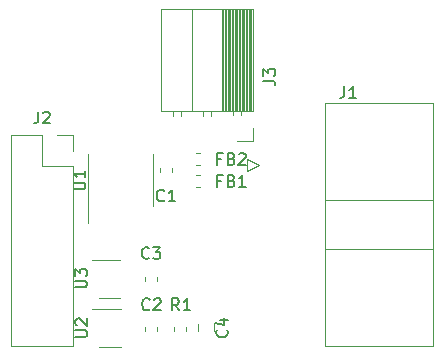
<source format=gto>
%TF.GenerationSoftware,KiCad,Pcbnew,(5.1.6-0)*%
%TF.CreationDate,2022-11-03T10:15:40+01:00*%
%TF.ProjectId,Monitorswitch,4d6f6e69-746f-4727-9377-697463682e6b,rev?*%
%TF.SameCoordinates,Original*%
%TF.FileFunction,Legend,Top*%
%TF.FilePolarity,Positive*%
%FSLAX46Y46*%
G04 Gerber Fmt 4.6, Leading zero omitted, Abs format (unit mm)*
G04 Created by KiCad (PCBNEW (5.1.6-0)) date 2022-11-03 10:15:40*
%MOMM*%
%LPD*%
G01*
G04 APERTURE LIST*
%ADD10C,0.120000*%
%ADD11C,0.150000*%
G04 APERTURE END LIST*
D10*
%TO.C,U3*%
X128974600Y-105613600D02*
X126524600Y-105613600D01*
X127174600Y-108833600D02*
X128974600Y-108833600D01*
%TO.C,U2*%
X128984400Y-109779200D02*
X126534400Y-109779200D01*
X127184400Y-112999200D02*
X128984400Y-112999200D01*
%TO.C,J3*%
X140050000Y-84410000D02*
X140050000Y-93040000D01*
X139931905Y-84410000D02*
X139931905Y-93040000D01*
X139813810Y-84410000D02*
X139813810Y-93040000D01*
X139695715Y-84410000D02*
X139695715Y-93040000D01*
X139577620Y-84410000D02*
X139577620Y-93040000D01*
X139459525Y-84410000D02*
X139459525Y-93040000D01*
X139341430Y-84410000D02*
X139341430Y-93040000D01*
X139223335Y-84410000D02*
X139223335Y-93040000D01*
X139105240Y-84410000D02*
X139105240Y-93040000D01*
X138987145Y-84410000D02*
X138987145Y-93040000D01*
X138869050Y-84410000D02*
X138869050Y-93040000D01*
X138750955Y-84410000D02*
X138750955Y-93040000D01*
X138632860Y-84410000D02*
X138632860Y-93040000D01*
X138514765Y-84410000D02*
X138514765Y-93040000D01*
X138396670Y-84410000D02*
X138396670Y-93040000D01*
X138278575Y-84410000D02*
X138278575Y-93040000D01*
X138160480Y-84410000D02*
X138160480Y-93040000D01*
X138042385Y-84410000D02*
X138042385Y-93040000D01*
X137924290Y-84410000D02*
X137924290Y-93040000D01*
X137806195Y-84410000D02*
X137806195Y-93040000D01*
X137688100Y-84410000D02*
X137688100Y-93040000D01*
X139200000Y-93040000D02*
X139200000Y-93390000D01*
X138480000Y-93040000D02*
X138480000Y-93390000D01*
X136660000Y-93040000D02*
X136660000Y-93450000D01*
X135940000Y-93040000D02*
X135940000Y-93450000D01*
X134120000Y-93040000D02*
X134120000Y-93450000D01*
X133400000Y-93040000D02*
X133400000Y-93450000D01*
X137570000Y-84410000D02*
X137570000Y-93040000D01*
X135030000Y-84410000D02*
X135030000Y-93040000D01*
X140170000Y-84410000D02*
X140170000Y-93040000D01*
X140170000Y-93040000D02*
X132430000Y-93040000D01*
X132430000Y-84410000D02*
X132430000Y-93040000D01*
X140170000Y-84410000D02*
X132430000Y-84410000D01*
X140170000Y-95610000D02*
X138840000Y-95610000D01*
X140170000Y-94500000D02*
X140170000Y-95610000D01*
%TO.C,J1*%
X146320000Y-100610000D02*
X155440000Y-100610000D01*
X146320000Y-104710000D02*
X155440000Y-104710000D01*
X146320000Y-92370000D02*
X155440000Y-92370000D01*
X155440000Y-92370000D02*
X155440000Y-112950000D01*
X155440000Y-112950000D02*
X146320000Y-112950000D01*
X146320000Y-112950000D02*
X146320000Y-92370000D01*
X140700000Y-97580000D02*
X139700000Y-97080000D01*
X139700000Y-97080000D02*
X139700000Y-98080000D01*
X139700000Y-98080000D02*
X140700000Y-97580000D01*
%TO.C,R1*%
X133490000Y-111696267D02*
X133490000Y-111353733D01*
X134510000Y-111696267D02*
X134510000Y-111353733D01*
%TO.C,J2*%
X119730000Y-95070000D02*
X122330000Y-95070000D01*
X119730000Y-95070000D02*
X119730000Y-112970000D01*
X119730000Y-112970000D02*
X124930000Y-112970000D01*
X124930000Y-97670000D02*
X124930000Y-112970000D01*
X122330000Y-97670000D02*
X124930000Y-97670000D01*
X122330000Y-95070000D02*
X122330000Y-97670000D01*
X124930000Y-95070000D02*
X124930000Y-96400000D01*
X123600000Y-95070000D02*
X124930000Y-95070000D01*
%TO.C,FB2*%
X135403733Y-96590000D02*
X135746267Y-96590000D01*
X135403733Y-97610000D02*
X135746267Y-97610000D01*
%TO.C,FB1*%
X135378733Y-98440000D02*
X135721267Y-98440000D01*
X135378733Y-99460000D02*
X135721267Y-99460000D01*
%TO.C,C4*%
X136917500Y-111631252D02*
X136917500Y-111108748D01*
X135497500Y-111631252D02*
X135497500Y-111108748D01*
%TO.C,C3*%
X132060000Y-107446267D02*
X132060000Y-107103733D01*
X131040000Y-107446267D02*
X131040000Y-107103733D01*
%TO.C,C2*%
X132060000Y-111696267D02*
X132060000Y-111353733D01*
X131040000Y-111696267D02*
X131040000Y-111353733D01*
%TO.C,C1*%
X133360000Y-98196267D02*
X133360000Y-97853733D01*
X132340000Y-98196267D02*
X132340000Y-97853733D01*
%TO.C,U1*%
X126265000Y-98900000D02*
X126265000Y-102500000D01*
X126265000Y-98900000D02*
X126265000Y-96700000D01*
X131735000Y-98900000D02*
X131735000Y-101100000D01*
X131735000Y-98900000D02*
X131735000Y-96700000D01*
%TO.C,U3*%
D11*
X125131580Y-107975304D02*
X125941104Y-107975304D01*
X126036342Y-107927685D01*
X126083961Y-107880066D01*
X126131580Y-107784828D01*
X126131580Y-107594352D01*
X126083961Y-107499114D01*
X126036342Y-107451495D01*
X125941104Y-107403876D01*
X125131580Y-107403876D01*
X125131580Y-107022923D02*
X125131580Y-106403876D01*
X125512533Y-106737209D01*
X125512533Y-106594352D01*
X125560152Y-106499114D01*
X125607771Y-106451495D01*
X125703009Y-106403876D01*
X125941104Y-106403876D01*
X126036342Y-106451495D01*
X126083961Y-106499114D01*
X126131580Y-106594352D01*
X126131580Y-106880066D01*
X126083961Y-106975304D01*
X126036342Y-107022923D01*
%TO.C,U2*%
X125156980Y-112166304D02*
X125966504Y-112166304D01*
X126061742Y-112118685D01*
X126109361Y-112071066D01*
X126156980Y-111975828D01*
X126156980Y-111785352D01*
X126109361Y-111690114D01*
X126061742Y-111642495D01*
X125966504Y-111594876D01*
X125156980Y-111594876D01*
X125252219Y-111166304D02*
X125204600Y-111118685D01*
X125156980Y-111023447D01*
X125156980Y-110785352D01*
X125204600Y-110690114D01*
X125252219Y-110642495D01*
X125347457Y-110594876D01*
X125442695Y-110594876D01*
X125585552Y-110642495D01*
X126156980Y-111213923D01*
X126156980Y-110594876D01*
%TO.C,J3*%
X141062380Y-90453333D02*
X141776666Y-90453333D01*
X141919523Y-90500952D01*
X142014761Y-90596190D01*
X142062380Y-90739047D01*
X142062380Y-90834285D01*
X141062380Y-90072380D02*
X141062380Y-89453333D01*
X141443333Y-89786666D01*
X141443333Y-89643809D01*
X141490952Y-89548571D01*
X141538571Y-89500952D01*
X141633809Y-89453333D01*
X141871904Y-89453333D01*
X141967142Y-89500952D01*
X142014761Y-89548571D01*
X142062380Y-89643809D01*
X142062380Y-89929523D01*
X142014761Y-90024761D01*
X141967142Y-90072380D01*
%TO.C,J1*%
X147931666Y-90932380D02*
X147931666Y-91646666D01*
X147884047Y-91789523D01*
X147788809Y-91884761D01*
X147645952Y-91932380D01*
X147550714Y-91932380D01*
X148931666Y-91932380D02*
X148360238Y-91932380D01*
X148645952Y-91932380D02*
X148645952Y-90932380D01*
X148550714Y-91075238D01*
X148455476Y-91170476D01*
X148360238Y-91218095D01*
%TO.C,R1*%
X133933333Y-109902380D02*
X133600000Y-109426190D01*
X133361904Y-109902380D02*
X133361904Y-108902380D01*
X133742857Y-108902380D01*
X133838095Y-108950000D01*
X133885714Y-108997619D01*
X133933333Y-109092857D01*
X133933333Y-109235714D01*
X133885714Y-109330952D01*
X133838095Y-109378571D01*
X133742857Y-109426190D01*
X133361904Y-109426190D01*
X134885714Y-109902380D02*
X134314285Y-109902380D01*
X134600000Y-109902380D02*
X134600000Y-108902380D01*
X134504761Y-109045238D01*
X134409523Y-109140476D01*
X134314285Y-109188095D01*
%TO.C,J2*%
X121996666Y-93082380D02*
X121996666Y-93796666D01*
X121949047Y-93939523D01*
X121853809Y-94034761D01*
X121710952Y-94082380D01*
X121615714Y-94082380D01*
X122425238Y-93177619D02*
X122472857Y-93130000D01*
X122568095Y-93082380D01*
X122806190Y-93082380D01*
X122901428Y-93130000D01*
X122949047Y-93177619D01*
X122996666Y-93272857D01*
X122996666Y-93368095D01*
X122949047Y-93510952D01*
X122377619Y-94082380D01*
X122996666Y-94082380D01*
%TO.C,FB2*%
X137520466Y-97083571D02*
X137187133Y-97083571D01*
X137187133Y-97607380D02*
X137187133Y-96607380D01*
X137663323Y-96607380D01*
X138377609Y-97083571D02*
X138520466Y-97131190D01*
X138568085Y-97178809D01*
X138615704Y-97274047D01*
X138615704Y-97416904D01*
X138568085Y-97512142D01*
X138520466Y-97559761D01*
X138425228Y-97607380D01*
X138044276Y-97607380D01*
X138044276Y-96607380D01*
X138377609Y-96607380D01*
X138472847Y-96655000D01*
X138520466Y-96702619D01*
X138568085Y-96797857D01*
X138568085Y-96893095D01*
X138520466Y-96988333D01*
X138472847Y-97035952D01*
X138377609Y-97083571D01*
X138044276Y-97083571D01*
X138996657Y-96702619D02*
X139044276Y-96655000D01*
X139139514Y-96607380D01*
X139377609Y-96607380D01*
X139472847Y-96655000D01*
X139520466Y-96702619D01*
X139568085Y-96797857D01*
X139568085Y-96893095D01*
X139520466Y-97035952D01*
X138949038Y-97607380D01*
X139568085Y-97607380D01*
%TO.C,FB1*%
X137520466Y-98937771D02*
X137187133Y-98937771D01*
X137187133Y-99461580D02*
X137187133Y-98461580D01*
X137663323Y-98461580D01*
X138377609Y-98937771D02*
X138520466Y-98985390D01*
X138568085Y-99033009D01*
X138615704Y-99128247D01*
X138615704Y-99271104D01*
X138568085Y-99366342D01*
X138520466Y-99413961D01*
X138425228Y-99461580D01*
X138044276Y-99461580D01*
X138044276Y-98461580D01*
X138377609Y-98461580D01*
X138472847Y-98509200D01*
X138520466Y-98556819D01*
X138568085Y-98652057D01*
X138568085Y-98747295D01*
X138520466Y-98842533D01*
X138472847Y-98890152D01*
X138377609Y-98937771D01*
X138044276Y-98937771D01*
X139568085Y-99461580D02*
X138996657Y-99461580D01*
X139282371Y-99461580D02*
X139282371Y-98461580D01*
X139187133Y-98604438D01*
X139091895Y-98699676D01*
X138996657Y-98747295D01*
%TO.C,C4*%
X137964642Y-111561666D02*
X138012261Y-111609285D01*
X138059880Y-111752142D01*
X138059880Y-111847380D01*
X138012261Y-111990238D01*
X137917023Y-112085476D01*
X137821785Y-112133095D01*
X137631309Y-112180714D01*
X137488452Y-112180714D01*
X137297976Y-112133095D01*
X137202738Y-112085476D01*
X137107500Y-111990238D01*
X137059880Y-111847380D01*
X137059880Y-111752142D01*
X137107500Y-111609285D01*
X137155119Y-111561666D01*
X137393214Y-110704523D02*
X138059880Y-110704523D01*
X137012261Y-110942619D02*
X137726547Y-111180714D01*
X137726547Y-110561666D01*
%TO.C,C3*%
X131383333Y-105457142D02*
X131335714Y-105504761D01*
X131192857Y-105552380D01*
X131097619Y-105552380D01*
X130954761Y-105504761D01*
X130859523Y-105409523D01*
X130811904Y-105314285D01*
X130764285Y-105123809D01*
X130764285Y-104980952D01*
X130811904Y-104790476D01*
X130859523Y-104695238D01*
X130954761Y-104600000D01*
X131097619Y-104552380D01*
X131192857Y-104552380D01*
X131335714Y-104600000D01*
X131383333Y-104647619D01*
X131716666Y-104552380D02*
X132335714Y-104552380D01*
X132002380Y-104933333D01*
X132145238Y-104933333D01*
X132240476Y-104980952D01*
X132288095Y-105028571D01*
X132335714Y-105123809D01*
X132335714Y-105361904D01*
X132288095Y-105457142D01*
X132240476Y-105504761D01*
X132145238Y-105552380D01*
X131859523Y-105552380D01*
X131764285Y-105504761D01*
X131716666Y-105457142D01*
%TO.C,C2*%
X131433333Y-109807142D02*
X131385714Y-109854761D01*
X131242857Y-109902380D01*
X131147619Y-109902380D01*
X131004761Y-109854761D01*
X130909523Y-109759523D01*
X130861904Y-109664285D01*
X130814285Y-109473809D01*
X130814285Y-109330952D01*
X130861904Y-109140476D01*
X130909523Y-109045238D01*
X131004761Y-108950000D01*
X131147619Y-108902380D01*
X131242857Y-108902380D01*
X131385714Y-108950000D01*
X131433333Y-108997619D01*
X131814285Y-108997619D02*
X131861904Y-108950000D01*
X131957142Y-108902380D01*
X132195238Y-108902380D01*
X132290476Y-108950000D01*
X132338095Y-108997619D01*
X132385714Y-109092857D01*
X132385714Y-109188095D01*
X132338095Y-109330952D01*
X131766666Y-109902380D01*
X132385714Y-109902380D01*
%TO.C,C1*%
X132675333Y-100585542D02*
X132627714Y-100633161D01*
X132484857Y-100680780D01*
X132389619Y-100680780D01*
X132246761Y-100633161D01*
X132151523Y-100537923D01*
X132103904Y-100442685D01*
X132056285Y-100252209D01*
X132056285Y-100109352D01*
X132103904Y-99918876D01*
X132151523Y-99823638D01*
X132246761Y-99728400D01*
X132389619Y-99680780D01*
X132484857Y-99680780D01*
X132627714Y-99728400D01*
X132675333Y-99776019D01*
X133627714Y-100680780D02*
X133056285Y-100680780D01*
X133342000Y-100680780D02*
X133342000Y-99680780D01*
X133246761Y-99823638D01*
X133151523Y-99918876D01*
X133056285Y-99966495D01*
%TO.C,U1*%
X125002380Y-99661904D02*
X125811904Y-99661904D01*
X125907142Y-99614285D01*
X125954761Y-99566666D01*
X126002380Y-99471428D01*
X126002380Y-99280952D01*
X125954761Y-99185714D01*
X125907142Y-99138095D01*
X125811904Y-99090476D01*
X125002380Y-99090476D01*
X126002380Y-98090476D02*
X126002380Y-98661904D01*
X126002380Y-98376190D02*
X125002380Y-98376190D01*
X125145238Y-98471428D01*
X125240476Y-98566666D01*
X125288095Y-98661904D01*
%TD*%
M02*

</source>
